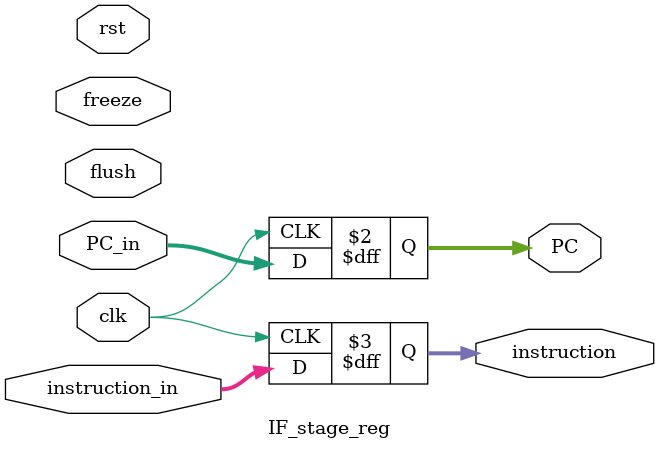
<source format=v>
module IF_stage_reg (
    input clk, rst, freeze, flush,
    input [31:0] PC_in, instruction_in,
    output reg [31:0] PC, instruction 
);

always @(posedge clk) begin
    PC <= PC_in;
    instruction <=instruction_in;
end
    
endmodule
</source>
